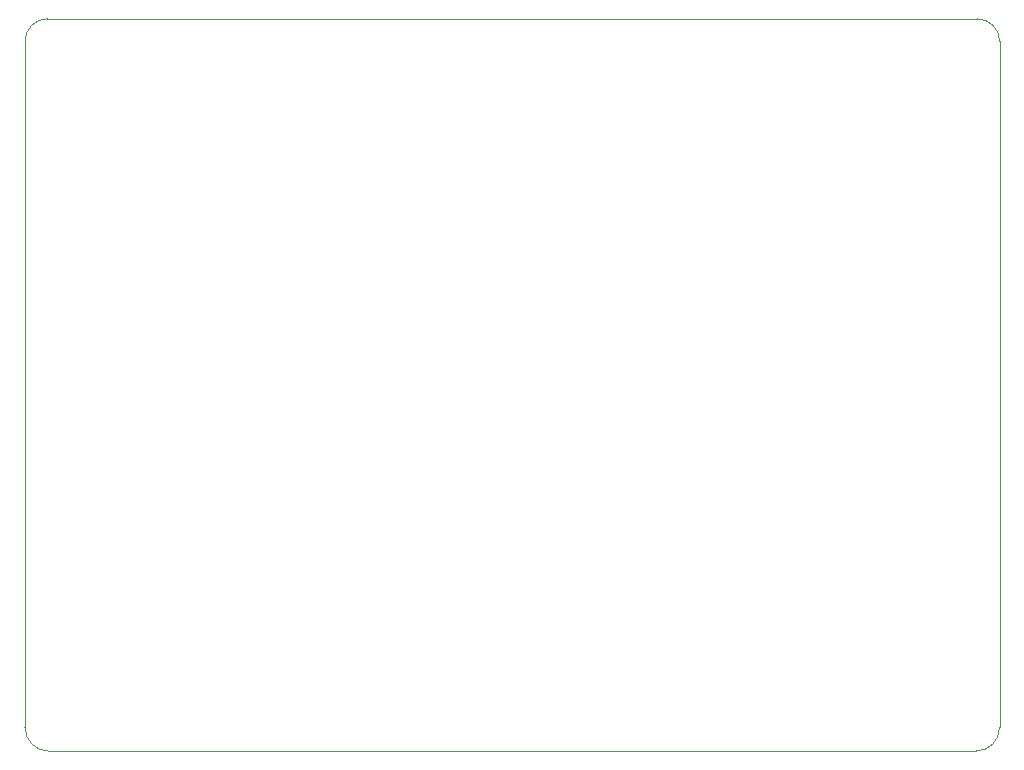
<source format=gm1>
G04 #@! TF.GenerationSoftware,KiCad,Pcbnew,7.0.8*
G04 #@! TF.CreationDate,2023-10-27T17:24:16-04:00*
G04 #@! TF.ProjectId,IPTC Power Distribution and Control,49505443-2050-46f7-9765-722044697374,rev?*
G04 #@! TF.SameCoordinates,Original*
G04 #@! TF.FileFunction,Profile,NP*
%FSLAX46Y46*%
G04 Gerber Fmt 4.6, Leading zero omitted, Abs format (unit mm)*
G04 Created by KiCad (PCBNEW 7.0.8) date 2023-10-27 17:24:16*
%MOMM*%
%LPD*%
G01*
G04 APERTURE LIST*
G04 #@! TA.AperFunction,Profile*
%ADD10C,0.100000*%
G04 #@! TD*
G04 APERTURE END LIST*
D10*
X221361000Y-116229000D02*
G75*
G03*
X223361000Y-114229000I0J2000000D01*
G01*
X140843000Y-114229000D02*
G75*
G03*
X142843000Y-116229000I2000000J0D01*
G01*
X140843000Y-56134000D02*
X140843000Y-114229000D01*
X142748000Y-54229000D02*
G75*
G03*
X140843000Y-56134000I0J-1905000D01*
G01*
X142843000Y-116229000D02*
X221361000Y-116229000D01*
X221456000Y-54229000D02*
X142748000Y-54229000D01*
X223361000Y-114229000D02*
X223361000Y-56134000D01*
X223361000Y-56134000D02*
G75*
G03*
X221456000Y-54229000I-1905000J0D01*
G01*
M02*

</source>
